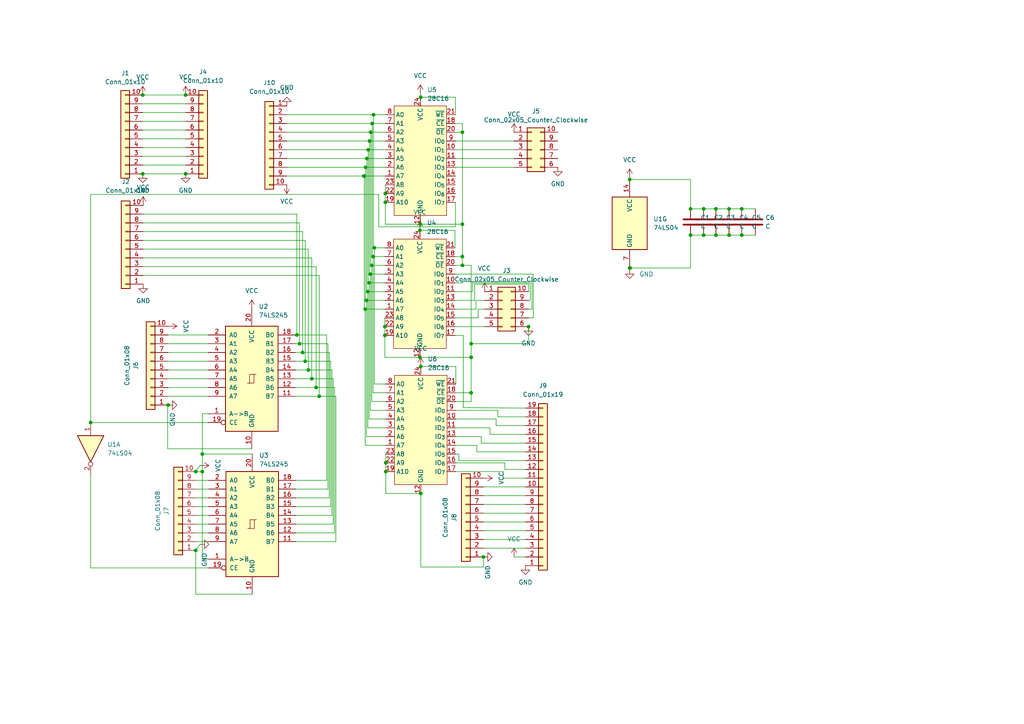
<source format=kicad_sch>
(kicad_sch (version 20211123) (generator eeschema)
  (paper "A4")
  (lib_symbols
    (symbol "74xx:74LS04"
      (property "Reference" "U" (at 0 1.27 0))
      (property "Value" "74LS04" (at 0 -1.27 0))
      (symbol "74LS04_1_0"
        (polyline (pts (xy -3.81 3.81) (xy -3.81 -3.81) (xy 3.81 0) (xy -3.81 3.81)) (stroke (width 0.254)) (fill (type background)))
        (pin input line (at -7.62 0 0) (length 3.81) (name "~") (number "1"))
        (pin output inverted (at 7.62 0 180) (length 3.81) (name "~") (number "2"))
      )
      (symbol "74LS04_2_0"
        (polyline (pts (xy -3.81 3.81) (xy -3.81 -3.81) (xy 3.81 0) (xy -3.81 3.81)) (stroke (width 0.254)) (fill (type background)))
        (pin input line (at -7.62 0 0) (length 3.81) (name "~") (number "3"))
        (pin output inverted (at 7.62 0 180) (length 3.81) (name "~") (number "4"))
      )
      (symbol "74LS04_3_0"
        (polyline (pts (xy -3.81 3.81) (xy -3.81 -3.81) (xy 3.81 0) (xy -3.81 3.81)) (stroke (width 0.254)) (fill (type background)))
        (pin input line (at -7.62 0 0) (length 3.81) (name "~") (number "5"))
        (pin output inverted (at 7.62 0 180) (length 3.81) (name "~") (number "6"))
      )
      (symbol "74LS04_4_0"
        (polyline (pts (xy -3.81 3.81) (xy -3.81 -3.81) (xy 3.81 0) (xy -3.81 3.81)) (stroke (width 0.254)) (fill (type background)))
        (pin output inverted (at 7.62 0 180) (length 3.81) (name "~") (number "8"))
        (pin input line (at -7.62 0 0) (length 3.81) (name "~") (number "9"))
      )
      (symbol "74LS04_5_0"
        (polyline (pts (xy -3.81 3.81) (xy -3.81 -3.81) (xy 3.81 0) (xy -3.81 3.81)) (stroke (width 0.254)) (fill (type background)))
        (pin output inverted (at 7.62 0 180) (length 3.81) (name "~") (number "10"))
        (pin input line (at -7.62 0 0) (length 3.81) (name "~") (number "11"))
      )
      (symbol "74LS04_6_0"
        (polyline (pts (xy -3.81 3.81) (xy -3.81 -3.81) (xy 3.81 0) (xy -3.81 3.81)) (stroke (width 0.254)) (fill (type background)))
        (pin output inverted (at 7.62 0 180) (length 3.81) (name "~") (number "12"))
        (pin input line (at -7.62 0 0) (length 3.81) (name "~") (number "13"))
      )
      (symbol "74LS04_7_0"
        (pin power_in line (at 0 12.7 270) (length 5.08) (name "VCC") (number "14"))
        (pin power_in line (at 0 -12.7 90) (length 5.08) (name "GND") (number "7"))
      )
      (symbol "74LS04_7_1"
        (rectangle (start -5.08 7.62) (end 5.08 -7.62) (stroke (width 0.254)) (fill (type background)))
      )
    )
    (symbol "74xx:74LS245" (pin_names (offset 1.016))
      (property "Reference" "U" (at -7.62 16.51 0))
      (property "Value" "74LS245" (at -7.62 -16.51 0))
      (symbol "74LS245_1_0"
        (polyline (pts (xy -0.635 -1.27) (xy -0.635 1.27) (xy 0.635 1.27)))
        (polyline (pts (xy -1.27 -1.27) (xy 0.635 -1.27) (xy 0.635 1.27) (xy 1.27 1.27)))
        (pin input line (at -12.7 -10.16 0) (length 5.08) (name "A->B") (number "1"))
        (pin power_in line (at 0 -20.32 90) (length 5.08) (name "GND") (number "10"))
        (pin tri_state line (at 12.7 -5.08 180) (length 5.08) (name "B7") (number "11"))
        (pin tri_state line (at 12.7 -2.54 180) (length 5.08) (name "B6") (number "12"))
        (pin tri_state line (at 12.7 0 180) (length 5.08) (name "B5") (number "13"))
        (pin tri_state line (at 12.7 2.54 180) (length 5.08) (name "B4") (number "14"))
        (pin tri_state line (at 12.7 5.08 180) (length 5.08) (name "B3") (number "15"))
        (pin tri_state line (at 12.7 7.62 180) (length 5.08) (name "B2") (number "16"))
        (pin tri_state line (at 12.7 10.16 180) (length 5.08) (name "B1") (number "17"))
        (pin tri_state line (at 12.7 12.7 180) (length 5.08) (name "B0") (number "18"))
        (pin input inverted (at -12.7 -12.7 0) (length 5.08) (name "CE") (number "19"))
        (pin tri_state line (at -12.7 12.7 0) (length 5.08) (name "A0") (number "2"))
        (pin power_in line (at 0 20.32 270) (length 5.08) (name "VCC") (number "20"))
        (pin tri_state line (at -12.7 10.16 0) (length 5.08) (name "A1") (number "3"))
        (pin tri_state line (at -12.7 7.62 0) (length 5.08) (name "A2") (number "4"))
        (pin tri_state line (at -12.7 5.08 0) (length 5.08) (name "A3") (number "5"))
        (pin tri_state line (at -12.7 2.54 0) (length 5.08) (name "A4") (number "6"))
        (pin tri_state line (at -12.7 0 0) (length 5.08) (name "A5") (number "7"))
        (pin tri_state line (at -12.7 -2.54 0) (length 5.08) (name "A6") (number "8"))
        (pin tri_state line (at -12.7 -5.08 0) (length 5.08) (name "A7") (number "9"))
      )
      (symbol "74LS245_1_1"
        (rectangle (start -7.62 15.24) (end 7.62 -15.24) (stroke (width 0.254)) (fill (type background)))
      )
    )
    (symbol "Connector_Generic:Conn_01x10" (pin_names (offset 1.016) hide)
      (property "Reference" "J" (at 0 12.7 0))
      (property "Value" "Conn_01x10" (at 0 -15.24 0))
      (symbol "Conn_01x10_1_1"
        (rectangle (start -1.27 -12.573) (end 0 -12.827) (stroke (width 0.1524)))
        (rectangle (start -1.27 -10.033) (end 0 -10.287) (stroke (width 0.1524)))
        (rectangle (start -1.27 -7.493) (end 0 -7.747) (stroke (width 0.1524)))
        (rectangle (start -1.27 -4.953) (end 0 -5.207) (stroke (width 0.1524)))
        (rectangle (start -1.27 -2.413) (end 0 -2.667) (stroke (width 0.1524)))
        (rectangle (start -1.27 0.127) (end 0 -0.127) (stroke (width 0.1524)))
        (rectangle (start -1.27 2.667) (end 0 2.413) (stroke (width 0.1524)))
        (rectangle (start -1.27 5.207) (end 0 4.953) (stroke (width 0.1524)))
        (rectangle (start -1.27 7.747) (end 0 7.493) (stroke (width 0.1524)))
        (rectangle (start -1.27 10.287) (end 0 10.033) (stroke (width 0.1524)))
        (rectangle (start -1.27 11.43) (end 1.27 -13.97) (stroke (width 0.254)) (fill (type background)))
        (pin passive line (at -5.08 10.16 0) (length 3.81) (name "Pin_1") (number "1"))
        (pin passive line (at -5.08 -12.7 0) (length 3.81) (name "Pin_10") (number "10"))
        (pin passive line (at -5.08 7.62 0) (length 3.81) (name "Pin_2") (number "2"))
        (pin passive line (at -5.08 5.08 0) (length 3.81) (name "Pin_3") (number "3"))
        (pin passive line (at -5.08 2.54 0) (length 3.81) (name "Pin_4") (number "4"))
        (pin passive line (at -5.08 0 0) (length 3.81) (name "Pin_5") (number "5"))
        (pin passive line (at -5.08 -2.54 0) (length 3.81) (name "Pin_6") (number "6"))
        (pin passive line (at -5.08 -5.08 0) (length 3.81) (name "Pin_7") (number "7"))
        (pin passive line (at -5.08 -7.62 0) (length 3.81) (name "Pin_8") (number "8"))
        (pin passive line (at -5.08 -10.16 0) (length 3.81) (name "Pin_9") (number "9"))
      )
    )
    (symbol "Connector_Generic:Conn_01x19" (pin_names (offset 1.016) hide)
      (property "Reference" "J" (at 0 25.4 0))
      (property "Value" "Conn_01x19" (at 0 -25.4 0))
      (symbol "Conn_01x19_1_1"
        (rectangle (start -1.27 -22.733) (end 0 -22.987) (stroke (width 0.1524)))
        (rectangle (start -1.27 -20.193) (end 0 -20.447) (stroke (width 0.1524)))
        (rectangle (start -1.27 -17.653) (end 0 -17.907) (stroke (width 0.1524)))
        (rectangle (start -1.27 -15.113) (end 0 -15.367) (stroke (width 0.1524)))
        (rectangle (start -1.27 -12.573) (end 0 -12.827) (stroke (width 0.1524)))
        (rectangle (start -1.27 -10.033) (end 0 -10.287) (stroke (width 0.1524)))
        (rectangle (start -1.27 -7.493) (end 0 -7.747) (stroke (width 0.1524)))
        (rectangle (start -1.27 -4.953) (end 0 -5.207) (stroke (width 0.1524)))
        (rectangle (start -1.27 -2.413) (end 0 -2.667) (stroke (width 0.1524)))
        (rectangle (start -1.27 0.127) (end 0 -0.127) (stroke (width 0.1524)))
        (rectangle (start -1.27 2.667) (end 0 2.413) (stroke (width 0.1524)))
        (rectangle (start -1.27 5.207) (end 0 4.953) (stroke (width 0.1524)))
        (rectangle (start -1.27 7.747) (end 0 7.493) (stroke (width 0.1524)))
        (rectangle (start -1.27 10.287) (end 0 10.033) (stroke (width 0.1524)))
        (rectangle (start -1.27 12.827) (end 0 12.573) (stroke (width 0.1524)))
        (rectangle (start -1.27 15.367) (end 0 15.113) (stroke (width 0.1524)))
        (rectangle (start -1.27 17.907) (end 0 17.653) (stroke (width 0.1524)))
        (rectangle (start -1.27 20.447) (end 0 20.193) (stroke (width 0.1524)))
        (rectangle (start -1.27 22.987) (end 0 22.733) (stroke (width 0.1524)))
        (rectangle (start -1.27 24.13) (end 1.27 -24.13) (stroke (width 0.254)) (fill (type background)))
        (pin passive line (at -5.08 22.86 0) (length 3.81) (name "Pin_1") (number "1"))
        (pin passive line (at -5.08 0 0) (length 3.81) (name "Pin_10") (number "10"))
        (pin passive line (at -5.08 -2.54 0) (length 3.81) (name "Pin_11") (number "11"))
        (pin passive line (at -5.08 -5.08 0) (length 3.81) (name "Pin_12") (number "12"))
        (pin passive line (at -5.08 -7.62 0) (length 3.81) (name "Pin_13") (number "13"))
        (pin passive line (at -5.08 -10.16 0) (length 3.81) (name "Pin_14") (number "14"))
        (pin passive line (at -5.08 -12.7 0) (length 3.81) (name "Pin_15") (number "15"))
        (pin passive line (at -5.08 -15.24 0) (length 3.81) (name "Pin_16") (number "16"))
        (pin passive line (at -5.08 -17.78 0) (length 3.81) (name "Pin_17") (number "17"))
        (pin passive line (at -5.08 -20.32 0) (length 3.81) (name "Pin_18") (number "18"))
        (pin passive line (at -5.08 -22.86 0) (length 3.81) (name "Pin_19") (number "19"))
        (pin passive line (at -5.08 20.32 0) (length 3.81) (name "Pin_2") (number "2"))
        (pin passive line (at -5.08 17.78 0) (length 3.81) (name "Pin_3") (number "3"))
        (pin passive line (at -5.08 15.24 0) (length 3.81) (name "Pin_4") (number "4"))
        (pin passive line (at -5.08 12.7 0) (length 3.81) (name "Pin_5") (number "5"))
        (pin passive line (at -5.08 10.16 0) (length 3.81) (name "Pin_6") (number "6"))
        (pin passive line (at -5.08 7.62 0) (length 3.81) (name "Pin_7") (number "7"))
        (pin passive line (at -5.08 5.08 0) (length 3.81) (name "Pin_8") (number "8"))
        (pin passive line (at -5.08 2.54 0) (length 3.81) (name "Pin_9") (number "9"))
      )
    )
    (symbol "Connector_Generic:Conn_02x05_Counter_Clockwise" (pin_names (offset 1.016) hide)
      (property "Reference" "J" (at 1.27 7.62 0))
      (property "Value" "Conn_02x05_Counter_Clockwise" (at 1.27 -7.62 0))
      (symbol "Conn_02x05_Counter_Clockwise_1_1"
        (rectangle (start -1.27 -4.953) (end 0 -5.207) (stroke (width 0.1524)))
        (rectangle (start -1.27 -2.413) (end 0 -2.667) (stroke (width 0.1524)))
        (rectangle (start -1.27 0.127) (end 0 -0.127) (stroke (width 0.1524)))
        (rectangle (start -1.27 2.667) (end 0 2.413) (stroke (width 0.1524)))
        (rectangle (start -1.27 5.207) (end 0 4.953) (stroke (width 0.1524)))
        (rectangle (start -1.27 6.35) (end 3.81 -6.35) (stroke (width 0.254)) (fill (type background)))
        (rectangle (start 3.81 -4.953) (end 2.54 -5.207) (stroke (width 0.1524)))
        (rectangle (start 3.81 -2.413) (end 2.54 -2.667) (stroke (width 0.1524)))
        (rectangle (start 3.81 0.127) (end 2.54 -0.127) (stroke (width 0.1524)))
        (rectangle (start 3.81 2.667) (end 2.54 2.413) (stroke (width 0.1524)))
        (rectangle (start 3.81 5.207) (end 2.54 4.953) (stroke (width 0.1524)))
        (pin passive line (at -5.08 5.08 0) (length 3.81) (name "Pin_1") (number "1"))
        (pin passive line (at 7.62 5.08 180) (length 3.81) (name "Pin_10") (number "10"))
        (pin passive line (at -5.08 2.54 0) (length 3.81) (name "Pin_2") (number "2"))
        (pin passive line (at -5.08 0 0) (length 3.81) (name "Pin_3") (number "3"))
        (pin passive line (at -5.08 -2.54 0) (length 3.81) (name "Pin_4") (number "4"))
        (pin passive line (at -5.08 -5.08 0) (length 3.81) (name "Pin_5") (number "5"))
        (pin passive line (at 7.62 -5.08 180) (length 3.81) (name "Pin_6") (number "6"))
        (pin passive line (at 7.62 -2.54 180) (length 3.81) (name "Pin_7") (number "7"))
        (pin passive line (at 7.62 0 180) (length 3.81) (name "Pin_8") (number "8"))
        (pin passive line (at 7.62 2.54 180) (length 3.81) (name "Pin_9") (number "9"))
      )
    )
    (symbol "Device:C" (pin_numbers hide) (pin_names (offset 0.254))
      (property "Reference" "C" (at 0.635 2.54 0))
      (property "Value" "C" (at 0.635 -2.54 0))
      (symbol "C_0_1"
        (polyline (pts (xy -2.032 -0.762) (xy 2.032 -0.762)) (stroke (width 0.508)))
        (polyline (pts (xy -2.032 0.762) (xy 2.032 0.762)) (stroke (width 0.508)))
      )
      (symbol "C_1_1"
        (pin passive line (at 0 3.81 270) (length 2.794) (name "~") (number "1"))
        (pin passive line (at 0 -3.81 90) (length 2.794) (name "~") (number "2"))
      )
    )
    (symbol "Memory_EPROM:28C16"
      (property "Reference" "U" (at 0 -11.43 0))
      (property "Value" "28C16" (at 0 -7.62 0))
      (symbol "28C16_0_1"
        (rectangle (start -7.62 -1.27) (end 7.62 -33.02) (fill (type background)))
      )
      (symbol "28C16_1_1"
        (pin input line (at -10.16 -21.59 0) (length 2.54) (name "A7") (number "1"))
        (pin bidirectional line (at 10.16 -13.97 180) (length 2.54) (name "IO_{1}") (number "10"))
        (pin bidirectional line (at 10.16 -16.51 180) (length 2.54) (name "IO_{2}") (number "11"))
        (pin power_in line (at 0 -35.56 90) (length 2.54) (name "GND") (number "12"))
        (pin bidirectional line (at 10.16 -19.05 180) (length 2.54) (name "IO_{3}") (number "13"))
        (pin bidirectional line (at 10.16 -21.59 180) (length 2.54) (name "IO_{4}") (number "14"))
        (pin bidirectional line (at 10.16 -24.13 180) (length 2.54) (name "IO_{5}") (number "15"))
        (pin bidirectional line (at 10.16 -26.67 180) (length 2.54) (name "IO_{6}") (number "16"))
        (pin bidirectional line (at 10.16 -29.21 180) (length 2.54) (name "IO_{7}") (number "17"))
        (pin input line (at 10.16 -6.35 180) (length 2.54) (name "~{CE}") (number "18"))
        (pin input line (at -10.16 -29.21 0) (length 2.54) (name "A10") (number "19"))
        (pin input line (at -10.16 -19.05 0) (length 2.54) (name "A6") (number "2"))
        (pin input line (at 10.16 -8.89 180) (length 2.54) (name "~{OE}") (number "20"))
        (pin input line (at 10.16 -3.81 180) (length 2.54) (name "~{WE}") (number "21"))
        (pin input line (at -10.16 -26.67 0) (length 2.54) (name "A9") (number "22"))
        (pin input line (at -10.16 -24.13 0) (length 2.54) (name "A8") (number "23"))
        (pin power_in line (at 0 1.27 270) (length 2.54) (name "VCC") (number "24"))
        (pin input line (at -10.16 -16.51 0) (length 2.54) (name "A5") (number "3"))
        (pin input line (at -10.16 -13.97 0) (length 2.54) (name "A4") (number "4"))
        (pin input line (at -10.16 -11.43 0) (length 2.54) (name "A3") (number "5"))
        (pin input line (at -10.16 -8.89 0) (length 2.54) (name "A2") (number "6"))
        (pin input line (at -10.16 -6.35 0) (length 2.54) (name "A1") (number "7"))
        (pin input line (at -10.16 -3.81 0) (length 2.54) (name "A0") (number "8"))
        (pin bidirectional line (at 10.16 -11.43 180) (length 2.54) (name "IO_{0}") (number "9"))
      )
    )
    (symbol "power:GND" (power) (pin_names (offset 0))
      (property "Value" "GND" (at 0 -3.81 0))
      (symbol "GND_0_1"
        (polyline (pts (xy 0 0) (xy 0 -1.27) (xy 1.27 -1.27) (xy 0 -2.54) (xy -1.27 -1.27) (xy 0 -1.27)))
      )
      (symbol "GND_1_1"
        (pin power_in line (at 0 0 270) (length 0) hide (name "GND") (number "1"))
      )
    )
    (symbol "power:VCC" (power) (pin_names (offset 0))
      (property "Value" "VCC" (at 0 3.81 0))
      (symbol "VCC_0_1"
        (polyline (pts (xy -0.762 1.27) (xy 0 2.54)))
        (polyline (pts (xy 0 0) (xy 0 2.54)))
        (polyline (pts (xy 0 2.54) (xy 0.762 1.27)))
      )
      (symbol "VCC_1_1"
        (pin power_in line (at 0 0 90) (length 0) hide (name "VCC") (number "1"))
      )
    )
  )
  (junction (at 106.045 48.514))
  (junction (at 215.138 68.199))
  (junction (at 121.793 103.632))
  (junction (at 108.204 74.422))
  (junction (at 105.537 51.054))
  (junction (at 136.652 113.919))
  (junction (at 140.208 161.544))
  (junction (at 53.848 27.559))
  (junction (at 134.112 38.354))
  (junction (at 90.424 109.855))
  (junction (at 106.807 43.434))
  (junction (at 41.402 27.559))
  (junction (at 134.112 65.024))
  (junction (at 105.664 51.054))
  (junction (at 86.106 97.155))
  (junction (at 86.868 99.695))
  (junction (at 182.626 77.724))
  (junction (at 111.633 94.742))
  (junction (at 58.674 136.779))
  (junction (at 56.769 136.779))
  (junction (at 107.823 76.962))
  (junction (at 122.047 28.194))
  (junction (at 182.753 77.724))
  (junction (at 107.569 38.354))
  (junction (at 106.426 45.974))
  (junction (at 207.645 60.579))
  (junction (at 107.95 35.814))
  (junction (at 134.112 74.422))
  (junction (at 41.402 50.419))
  (junction (at 26.289 122.555))
  (junction (at 204.089 60.579))
  (junction (at 107.188 40.894))
  (junction (at 89.408 107.315))
  (junction (at 106.299 87.122))
  (junction (at 211.455 60.579))
  (junction (at 106.68 84.582))
  (junction (at 153.289 94.742))
  (junction (at 88.519 104.775))
  (junction (at 215.138 60.579))
  (junction (at 107.442 79.502))
  (junction (at 136.652 99.695))
  (junction (at 48.768 117.475))
  (junction (at 107.061 82.042))
  (junction (at 200.279 60.579))
  (junction (at 134.112 76.962))
  (junction (at 53.848 50.419))
  (junction (at 105.918 89.662))
  (junction (at 200.279 68.199))
  (junction (at 108.585 71.882))
  (junction (at 204.089 68.199))
  (junction (at 108.331 33.274))
  (junction (at 211.455 68.199))
  (junction (at 122.047 143.129))
  (junction (at 111.76 56.134))
  (junction (at 121.92 65.024))
  (junction (at 56.769 159.639))
  (junction (at 58.674 131.699))
  (junction (at 111.887 136.779))
  (junction (at 182.626 52.07))
  (junction (at 121.793 66.802))
  (junction (at 136.652 103.632))
  (junction (at 111.887 134.239))
  (junction (at 111.76 58.674))
  (junction (at 91.694 112.395))
  (junction (at 87.757 102.235))
  (junction (at 111.633 97.282))
  (junction (at 92.583 114.935))
  (junction (at 207.645 68.199))
  (junction (at 122.047 106.299))
  (wire (pts (xy 95.885 104.775) (xy 95.885 146.939)))
  (wire (pts (xy 105.664 51.054) (xy 111.76 51.054)))
  (wire (pts (xy 48.641 117.475) (xy 48.768 117.475)))
  (wire (pts (xy 85.852 154.559) (xy 97.028 154.559)))
  (wire (pts (xy 107.442 79.502) (xy 111.633 79.502)))
  (wire (pts (xy 109.855 65.786) (xy 109.855 56.388)))
  (wire (pts (xy 85.852 149.479) (xy 96.266 149.479)))
  (wire (pts (xy 106.68 84.582) (xy 106.68 124.079)))
  (wire (pts (xy 107.188 79.502) (xy 107.442 79.502)))
  (wire (pts (xy 131.953 79.502) (xy 154.686 79.502)))
  (wire (pts (xy 58.674 120.015) (xy 60.325 120.015)))
  (wire (pts (xy 132.207 126.619) (xy 139.573 126.619)))
  (wire (pts (xy 111.887 121.539) (xy 107.061 121.539)))
  (wire (pts (xy 134.112 76.962) (xy 136.652 76.962)))
  (wire (pts (xy 106.045 48.514) (xy 106.045 87.122)))
  (wire (pts (xy 85.725 104.775) (xy 88.519 104.775)))
  (wire (pts (xy 142.113 125.984) (xy 152.4 125.984)))
  (wire (pts (xy 146.431 134.239) (xy 146.431 136.144)))
  (wire (pts (xy 106.807 82.042) (xy 106.807 43.434)))
  (wire (pts (xy 41.529 77.343) (xy 91.694 77.343)))
  (wire (pts (xy 152.4 141.224) (xy 140.208 141.224)))
  (wire (pts (xy 122.047 106.299) (xy 132.207 106.299)))
  (wire (pts (xy 56.769 159.639) (xy 58.039 157.861)))
  (wire (pts (xy 96.266 107.315) (xy 89.408 107.315)))
  (wire (pts (xy 56.769 146.939) (xy 60.452 146.939)))
  (wire (pts (xy 86.868 99.695) (xy 95.123 99.695)))
  (wire (pts (xy 134.366 97.282) (xy 134.366 118.237)))
  (wire (pts (xy 132.207 118.999) (xy 144.399 118.999)))
  (wire (pts (xy 97.028 154.559) (xy 97.028 112.395)))
  (wire (pts (xy 53.848 47.879) (xy 41.402 47.879)))
  (wire (pts (xy 111.76 65.024) (xy 121.92 65.024)))
  (wire (pts (xy 131.953 66.802) (xy 131.953 71.882)))
  (wire (pts (xy 138.684 89.662) (xy 138.684 92.202)))
  (wire (pts (xy 53.848 40.259) (xy 41.402 40.259)))
  (wire (pts (xy 139.573 128.524) (xy 152.4 128.524)))
  (wire (pts (xy 106.299 87.122) (xy 106.299 126.619)))
  (wire (pts (xy 131.953 76.962) (xy 134.112 76.962)))
  (wire (pts (xy 111.76 56.134) (xy 111.76 58.674)))
  (wire (pts (xy 83.185 43.434) (xy 106.807 43.434)))
  (wire (pts (xy 56.769 172.339) (xy 73.152 172.339)))
  (wire (pts (xy 48.768 114.935) (xy 60.325 114.935)))
  (wire (pts (xy 73.152 131.699) (xy 58.674 131.699)))
  (wire (pts (xy 107.569 38.354) (xy 111.76 38.354)))
  (wire (pts (xy 138.049 87.122) (xy 138.049 89.662)))
  (wire (pts (xy 153.289 99.695) (xy 136.652 99.695)))
  (wire (pts (xy 132.08 65.786) (xy 109.855 65.786)))
  (wire (pts (xy 132.207 129.159) (xy 138.303 129.159)))
  (wire (pts (xy 152.4 161.544) (xy 149.098 161.544)))
  (wire (pts (xy 107.569 38.354) (xy 107.569 76.962)))
  (wire (pts (xy 91.694 112.395) (xy 85.725 112.395)))
  (wire (pts (xy 56.769 139.319) (xy 60.452 139.319)))
  (wire (pts (xy 60.452 162.179) (xy 58.674 162.179)))
  (wire (pts (xy 200.279 52.07) (xy 200.279 60.579)))
  (wire (pts (xy 132.08 28.194) (xy 132.08 33.274)))
  (wire (pts (xy 53.848 32.639) (xy 41.402 32.639)))
  (wire (pts (xy 56.769 141.859) (xy 60.452 141.859)))
  (wire (pts (xy 97.028 112.395) (xy 91.694 112.395)))
  (wire (pts (xy 152.4 133.604) (xy 133.096 133.604)))
  (wire (pts (xy 111.633 92.202) (xy 111.633 94.742)))
  (wire (pts (xy 139.573 126.619) (xy 139.573 128.524)))
  (wire (pts (xy 131.953 84.582) (xy 137.033 84.582)))
  (wire (pts (xy 138.303 131.064) (xy 152.4 131.064)))
  (wire (pts (xy 105.918 129.159) (xy 111.887 129.159)))
  (wire (pts (xy 108.331 33.274) (xy 111.76 33.274)))
  (wire (pts (xy 144.399 118.999) (xy 144.399 120.904)))
  (wire (pts (xy 137.668 87.122) (xy 137.668 82.423)))
  (wire (pts (xy 92.583 114.935) (xy 97.409 114.935)))
  (wire (pts (xy 152.4 156.464) (xy 140.208 156.464)))
  (wire (pts (xy 131.953 74.422) (xy 134.112 74.422)))
  (wire (pts (xy 53.848 30.099) (xy 41.402 30.099)))
  (wire (pts (xy 132.08 38.354) (xy 134.112 38.354)))
  (wire (pts (xy 106.807 43.434) (xy 111.76 43.434)))
  (wire (pts (xy 83.185 48.514) (xy 106.045 48.514)))
  (wire (pts (xy 122.047 143.129) (xy 122.047 164.465)))
  (wire (pts (xy 132.08 58.674) (xy 132.08 65.786)))
  (wire (pts (xy 106.68 84.582) (xy 111.633 84.582)))
  (wire (pts (xy 106.299 87.122) (xy 106.045 87.122)))
  (wire (pts (xy 53.848 42.799) (xy 41.402 42.799)))
  (wire (pts (xy 152.4 143.764) (xy 140.208 143.764)))
  (wire (pts (xy 211.455 60.579) (xy 215.138 60.579)))
  (wire (pts (xy 48.768 102.235) (xy 60.325 102.235)))
  (wire (pts (xy 106.68 124.079) (xy 111.887 124.079)))
  (wire (pts (xy 56.769 149.479) (xy 60.452 149.479)))
  (wire (pts (xy 88.519 104.775) (xy 95.885 104.775)))
  (wire (pts (xy 48.768 109.855) (xy 60.325 109.855)))
  (wire (pts (xy 48.768 112.395) (xy 60.325 112.395)))
  (wire (pts (xy 41.529 79.883) (xy 92.583 79.883)))
  (wire (pts (xy 132.207 134.239) (xy 146.431 134.239)))
  (wire (pts (xy 107.95 35.814) (xy 111.76 35.814)))
  (wire (pts (xy 134.112 65.024) (xy 134.112 74.422)))
  (wire (pts (xy 111.633 97.282) (xy 111.633 103.632)))
  (wire (pts (xy 95.885 146.939) (xy 85.852 146.939)))
  (wire (pts (xy 56.769 154.559) (xy 60.452 154.559)))
  (wire (pts (xy 154.305 81.661) (xy 134.112 81.661)))
  (wire (pts (xy 111.887 134.239) (xy 111.887 136.779)))
  (wire (pts (xy 136.652 116.459) (xy 132.207 116.459)))
  (wire (pts (xy 153.289 82.423) (xy 153.289 84.582)))
  (wire (pts (xy 53.848 50.419) (xy 41.402 50.419)))
  (wire (pts (xy 89.408 72.263) (xy 41.529 72.263)))
  (wire (pts (xy 152.4 148.844) (xy 140.208 148.844)))
  (wire (pts (xy 146.431 136.144) (xy 152.4 136.144)))
  (wire (pts (xy 85.852 139.319) (xy 94.742 139.319)))
  (wire (pts (xy 153.289 94.742) (xy 153.289 99.695)))
  (wire (pts (xy 132.207 131.699) (xy 133.096 131.699)))
  (wire (pts (xy 121.793 103.632) (xy 136.652 103.632)))
  (wire (pts (xy 143.891 121.539) (xy 143.891 123.444)))
  (wire (pts (xy 88.519 69.723) (xy 88.519 104.775)))
  (wire (pts (xy 105.664 51.054) (xy 105.537 51.054)))
  (wire (pts (xy 182.626 77.724) (xy 182.626 77.47)))
  (wire (pts (xy 122.047 28.194) (xy 132.08 28.194)))
  (wire (pts (xy 149.098 45.974) (xy 132.08 45.974)))
  (wire (pts (xy 107.188 40.894) (xy 111.76 40.894)))
  (wire (pts (xy 134.112 74.422) (xy 134.112 76.962)))
  (wire (pts (xy 106.045 48.514) (xy 111.76 48.514)))
  (wire (pts (xy 83.185 33.274) (xy 108.331 33.274)))
  (wire (pts (xy 105.664 89.662) (xy 105.918 89.662)))
  (wire (pts (xy 153.289 89.662) (xy 154.305 89.662)))
  (wire (pts (xy 90.424 74.803) (xy 90.424 109.855)))
  (wire (pts (xy 107.061 82.042) (xy 107.061 121.539)))
  (wire (pts (xy 86.106 97.155) (xy 86.106 62.103)))
  (wire (pts (xy 96.647 109.855) (xy 96.647 152.019)))
  (wire (pts (xy 41.529 74.803) (xy 90.424 74.803)))
  (wire (pts (xy 105.918 89.662) (xy 111.633 89.662)))
  (wire (pts (xy 83.185 38.354) (xy 107.569 38.354)))
  (wire (pts (xy 48.641 130.175) (xy 48.641 117.475)))
  (wire (pts (xy 107.823 76.962) (xy 107.569 76.962)))
  (wire (pts (xy 53.848 35.179) (xy 41.402 35.179)))
  (wire (pts (xy 154.686 92.202) (xy 153.289 92.202)))
  (wire (pts (xy 53.848 37.719) (xy 41.402 37.719)))
  (wire (pts (xy 207.645 60.579) (xy 211.455 60.579)))
  (wire (pts (xy 200.279 68.199) (xy 204.089 68.199)))
  (wire (pts (xy 132.207 113.919) (xy 136.652 113.919)))
  (wire (pts (xy 136.652 113.919) (xy 136.652 116.459)))
  (wire (pts (xy 85.852 144.399) (xy 95.504 144.399)))
  (wire (pts (xy 48.768 99.695) (xy 60.325 99.695)))
  (wire (pts (xy 132.207 136.779) (xy 145.923 136.779)))
  (wire (pts (xy 56.769 136.779) (xy 58.674 136.779)))
  (wire (pts (xy 26.289 122.555) (xy 60.325 122.555)))
  (wire (pts (xy 111.633 76.962) (xy 107.823 76.962)))
  (wire (pts (xy 143.891 123.444) (xy 152.4 123.444)))
  (wire (pts (xy 48.768 107.315) (xy 60.325 107.315)))
  (wire (pts (xy 133.096 133.604) (xy 133.096 131.699)))
  (wire (pts (xy 83.185 45.974) (xy 106.426 45.974)))
  (wire (pts (xy 97.409 157.099) (xy 85.852 157.099)))
  (wire (pts (xy 182.626 78.232) (xy 182.626 77.724)))
  (wire (pts (xy 149.098 48.514) (xy 132.08 48.514)))
  (wire (pts (xy 152.4 146.304) (xy 140.208 146.304)))
  (wire (pts (xy 109.855 56.388) (xy 26.289 56.388)))
  (wire (pts (xy 96.647 152.019) (xy 85.852 152.019)))
  (wire (pts (xy 41.529 69.723) (xy 88.519 69.723)))
  (wire (pts (xy 87.757 67.183) (xy 41.529 67.183)))
  (wire (pts (xy 48.768 104.775) (xy 60.325 104.775)))
  (wire (pts (xy 56.769 144.399) (xy 60.452 144.399)))
  (wire (pts (xy 106.426 45.974) (xy 106.426 84.582)))
  (wire (pts (xy 111.887 136.779) (xy 111.887 143.129)))
  (wire (pts (xy 140.589 87.122) (xy 138.049 87.122)))
  (wire (pts (xy 108.204 74.422) (xy 108.204 113.919)))
  (wire (pts (xy 152.4 153.924) (xy 140.208 153.924)))
  (wire (pts (xy 215.138 60.579) (xy 219.075 60.579)))
  (wire (pts (xy 85.725 99.695) (xy 86.868 99.695)))
  (wire (pts (xy 134.112 38.354) (xy 134.112 65.024)))
  (wire (pts (xy 90.424 109.855) (xy 96.647 109.855)))
  (wire (pts (xy 131.953 87.122) (xy 137.668 87.122)))
  (wire (pts (xy 107.442 79.502) (xy 107.442 118.999)))
  (wire (pts (xy 138.303 129.159) (xy 138.303 131.064)))
  (wire (pts (xy 83.185 51.054) (xy 105.537 51.054)))
  (wire (pts (xy 132.08 35.814) (xy 134.112 35.814)))
  (wire (pts (xy 144.399 120.904) (xy 152.4 120.904)))
  (wire (pts (xy 182.626 77.724) (xy 182.753 77.724)))
  (wire (pts (xy 58.674 136.779) (xy 58.674 162.179)))
  (wire (pts (xy 94.742 97.155) (xy 86.106 97.155)))
  (wire (pts (xy 56.769 152.019) (xy 60.452 152.019)))
  (wire (pts (xy 53.848 45.339) (xy 41.402 45.339)))
  (wire (pts (xy 91.694 77.343) (xy 91.694 112.395)))
  (wire (pts (xy 145.923 136.779) (xy 145.923 138.684)))
  (wire (pts (xy 134.112 82.042) (xy 131.953 82.042)))
  (wire (pts (xy 131.953 97.282) (xy 134.366 97.282)))
  (wire (pts (xy 108.331 33.274) (xy 108.331 71.882)))
  (wire (pts (xy 86.106 97.155) (xy 85.725 97.155)))
  (wire (pts (xy 142.113 124.079) (xy 142.113 125.984)))
  (wire (pts (xy 154.305 89.662) (xy 154.305 81.661)))
  (wire (pts (xy 200.279 77.724) (xy 200.279 68.199)))
  (wire (pts (xy 153.289 87.122) (xy 153.797 87.122)))
  (wire (pts (xy 200.279 60.579) (xy 204.089 60.579)))
  (wire (pts (xy 137.033 82.042) (xy 137.033 84.582)))
  (wire (pts (xy 85.725 102.235) (xy 87.757 102.235)))
  (wire (pts (xy 96.266 149.479) (xy 96.266 107.315)))
  (wire (pts (xy 131.953 94.742) (xy 140.589 94.742)))
  (wire (pts (xy 121.92 27.178) (xy 121.92 28.194)))
  (wire (pts (xy 132.207 106.299) (xy 132.207 111.379)))
  (wire (pts (xy 105.918 89.662) (xy 105.918 129.159)))
  (wire (pts (xy 182.626 51.562) (xy 182.626 52.07)))
  (wire (pts (xy 26.289 56.388) (xy 26.289 122.555)))
  (wire (pts (xy 56.769 159.639) (xy 56.769 172.339)))
  (wire (pts (xy 153.797 87.122) (xy 153.797 82.042)))
  (wire (pts (xy 111.76 53.594) (xy 111.76 56.134)))
  (wire (pts (xy 215.138 68.199) (xy 219.075 68.199)))
  (wire (pts (xy 140.589 89.662) (xy 138.684 89.662)))
  (wire (pts (xy 95.123 99.695) (xy 95.123 141.859)))
  (wire (pts (xy 89.408 107.315) (xy 89.408 72.263)))
  (wire (pts (xy 111.633 74.422) (xy 108.204 74.422)))
  (wire (pts (xy 111.887 126.619) (xy 106.299 126.619)))
  (wire (pts (xy 182.753 77.724) (xy 200.279 77.724)))
  (wire (pts (xy 107.188 40.894) (xy 107.188 79.502)))
  (wire (pts (xy 107.95 35.814) (xy 107.95 74.422)))
  (wire (pts (xy 108.204 74.422) (xy 107.95 74.422)))
  (wire (pts (xy 85.725 109.855) (xy 90.424 109.855)))
  (wire (pts (xy 92.583 79.883) (xy 92.583 114.935)))
  (wire (pts (xy 87.757 102.235) (xy 87.757 67.183)))
  (wire (pts (xy 207.645 68.199) (xy 211.455 68.199)))
  (wire (pts (xy 111.633 94.742) (xy 111.633 97.282)))
  (wire (pts (xy 182.626 52.07) (xy 200.279 52.07)))
  (wire (pts (xy 153.797 82.042) (xy 137.033 82.042)))
  (wire (pts (xy 108.331 71.882) (xy 108.585 71.882)))
  (wire (pts (xy 132.207 121.539) (xy 143.891 121.539)))
  (wire (pts (xy 26.289 164.719) (xy 60.452 164.719)))
  (wire (pts (xy 108.585 111.379) (xy 111.887 111.379)))
  (wire (pts (xy 140.208 164.465) (xy 140.208 161.544)))
  (wire (pts (xy 111.633 87.122) (xy 106.299 87.122)))
  (wire (pts (xy 154.686 79.502) (xy 154.686 92.202)))
  (wire (pts (xy 121.793 66.802) (xy 131.953 66.802)))
  (wire (pts (xy 136.652 76.962) (xy 136.652 99.695)))
  (wire (pts (xy 145.923 138.684) (xy 152.4 138.684)))
  (wire (pts (xy 122.047 164.465) (xy 140.208 164.465)))
  (wire (pts (xy 111.887 131.699) (xy 111.887 134.239)))
  (wire (pts (xy 106.426 45.974) (xy 111.76 45.974)))
  (wire (pts (xy 58.674 131.699) (xy 58.674 136.779)))
  (wire (pts (xy 41.529 64.643) (xy 86.868 64.643)))
  (wire (pts (xy 152.4 159.004) (xy 140.208 159.004)))
  (wire (pts (xy 136.652 99.695) (xy 136.652 103.632)))
  (wire (pts (xy 85.725 114.935) (xy 92.583 114.935)))
  (wire (pts (xy 111.887 143.129) (xy 122.047 143.129)))
  (wire (pts (xy 134.112 35.814) (xy 134.112 38.354)))
  (wire (pts (xy 83.185 40.894) (xy 107.188 40.894)))
  (wire (pts (xy 95.123 141.859) (xy 85.852 141.859)))
  (wire (pts (xy 211.455 68.199) (xy 215.138 68.199)))
  (wire (pts (xy 26.289 137.795) (xy 26.289 164.719)))
  (wire (pts (xy 136.652 103.632) (xy 136.652 113.919)))
  (wire (pts (xy 107.823 76.962) (xy 107.823 116.459)))
  (wire (pts (xy 83.185 35.814) (xy 107.95 35.814)))
  (wire (pts (xy 149.098 43.434) (xy 132.08 43.434)))
  (wire (pts (xy 204.089 68.199) (xy 207.645 68.199)))
  (wire (pts (xy 204.089 60.579) (xy 207.645 60.579)))
  (wire (pts (xy 106.426 84.582) (xy 106.68 84.582)))
  (wire (pts (xy 105.664 51.054) (xy 105.664 89.662)))
  (wire (pts (xy 149.098 40.894) (xy 132.08 40.894)))
  (wire (pts (xy 107.442 118.999) (xy 111.887 118.999)))
  (wire (pts (xy 138.049 89.662) (xy 131.953 89.662)))
  (wire (pts (xy 73.025 130.175) (xy 48.641 130.175)))
  (wire (pts (xy 94.742 139.319) (xy 94.742 97.155)))
  (wire (pts (xy 111.887 113.919) (xy 108.204 113.919)))
  (wire (pts (xy 48.768 97.155) (xy 60.325 97.155)))
  (wire (pts (xy 138.684 92.202) (xy 131.953 92.202)))
  (wire (pts (xy 56.769 136.779) (xy 58.039 135.001)))
  (wire (pts (xy 137.668 82.423) (xy 153.289 82.423)))
  (wire (pts (xy 111.633 103.632) (xy 121.793 103.632)))
  (wire (pts (xy 86.106 62.103) (xy 41.529 62.103)))
  (wire (pts (xy 152.4 151.384) (xy 140.208 151.384)))
  (wire (pts (xy 53.848 27.559) (xy 41.402 27.559)))
  (wire (pts (xy 107.061 82.042) (xy 106.807 82.042)))
  (wire (pts (xy 108.585 71.882) (xy 108.585 111.379)))
  (wire (pts (xy 111.633 82.042) (xy 107.061 82.042)))
  (wire (pts (xy 95.504 144.399) (xy 95.504 102.235)))
  (wire (pts (xy 97.409 114.935) (xy 97.409 157.099)))
  (wire (pts (xy 121.92 65.024) (xy 134.112 65.024)))
  (wire (pts (xy 56.769 157.099) (xy 60.452 157.099)))
  (wire (pts (xy 86.868 64.643) (xy 86.868 99.695)))
  (wire (pts (xy 132.207 124.079) (xy 142.113 124.079)))
  (wire (pts (xy 134.366 118.237) (xy 152.4 118.364)))
  (wire (pts (xy 58.674 120.015) (xy 58.674 131.699)))
  (wire (pts (xy 134.112 81.661) (xy 134.112 82.042)))
  (wire (pts (xy 108.585 71.882) (xy 111.633 71.882)))
  (wire (pts (xy 111.76 65.024) (xy 111.76 58.674)))
  (wire (pts (xy 87.757 102.235) (xy 95.504 102.235)))
  (wire (pts (xy 111.887 116.459) (xy 107.823 116.459)))
  (wire (pts (xy 89.408 107.315) (xy 85.725 107.315)))
  (symbol (lib_id "power:VCC") (at 121.92 27.178 0) (unit 1)
    (property "Reference" "#PWR0108" (effects hide))
    (property "Value" "VCC" (at 121.92 21.971 0))
  )
  (symbol (lib_id "power:GND") (at 41.529 82.423 0) (unit 1)
    (property "Reference" "#PWR0101" (effects hide))
    (property "Value" "GND" (at 41.529 87.249 0))
  )
  (symbol (lib_id "power:VCC") (at 83.185 53.594 180) (unit 1)
    (property "Reference" "#PWR0125" (effects hide))
    (property "Value" "VCC" (at 83.185 58.42 0))
  )
  (symbol (lib_id "power:GND") (at 153.289 94.742 0) (unit 1)
    (property "Reference" "#PWR0117" (effects hide))
    (property "Value" "GND" (at 153.289 99.568 0))
  )
  (symbol (lib_id "power:VCC") (at 121.793 66.802 0) (unit 1)
    (property "Reference" "#PWR0109" (effects hide))
    (property "Value" "VCC" (at 121.793 61.595 0))
  )
  (symbol (lib_id "Memory_EPROM:28C16") (at 122.047 107.569 0) (unit 1)
    (property "Reference" "U6" (at 124.0664 104.14 0) (effects (justify left)))
    (property "Value" "28C16" (at 124.0664 106.68 0) (effects (justify left)))
    (property "Footprint" "Package_DIP:DIP-24_W15.24mm_Socket_LongPads" (effects hide))
  )
  (symbol (lib_id "power:VCC") (at 182.626 51.562 0) (unit 1)
    (property "Reference" "#PWR0124" (effects hide))
    (property "Value" "VCC" (at 182.626 46.355 0))
  )
  (symbol (lib_id "power:VCC") (at 41.529 59.563 0) (unit 1)
    (property "Reference" "#PWR0105" (effects hide))
    (property "Value" "VCC" (at 41.529 54.356 0))
  )
  (symbol (lib_id "Connector_Generic:Conn_02x05_Counter_Clockwise") (at 154.178 43.434 0) (unit 1)
    (property "Reference" "J5" (at 155.448 32.258 0))
    (property "Value" "Conn_02x05_Counter_Clockwise" (at 155.448 34.798 0))
    (property "Footprint" "Connector_PinHeader_2.54mm:PinHeader_2x05_P2.54mm_Vertical" (effects hide))
  )
  (symbol (lib_id "power:GND") (at 83.185 30.734 180) (unit 1)
    (property "Reference" "#PWR0126" (effects hide))
    (property "Value" "GND" (at 83.185 25.4 0))
  )
  (symbol (lib_id "Connector_Generic:Conn_01x10") (at 135.128 151.384 180) (unit 1)
    (property "Reference" "J8" (at 131.699 150.114 90))
    (property "Value" "Conn_01x08" (at 129.159 150.114 90))
    (property "Footprint" "Connector_PinHeader_2.54mm:PinHeader_1x10_P2.54mm_Vertical" (effects hide))
  )
  (symbol (lib_id "power:GND") (at 41.402 50.419 0) (unit 1)
    (property "Reference" "#PWR0106" (effects hide))
    (property "Value" "GND" (at 41.402 55.245 0))
  )
  (symbol (lib_id "power:VCC") (at 41.402 27.559 0) (unit 1)
    (property "Reference" "#PWR0104" (effects hide))
    (property "Value" "VCC" (at 41.402 22.352 0))
  )
  (symbol (lib_id "power:VCC") (at 48.768 94.615 270) (unit 1)
    (property "Reference" "#PWR0115" (effects hide))
    (property "Value" "VCC" (at 53.975 94.615 0))
  )
  (symbol (lib_id "Connector_Generic:Conn_01x10") (at 36.449 72.263 180) (unit 1)
    (property "Reference" "J2" (at 36.449 52.705 0))
    (property "Value" "Conn_01x10" (at 36.449 55.245 0))
    (property "Footprint" "Connector_PinHeader_2.54mm:PinHeader_1x10_P2.54mm_Vertical" (effects hide))
  )
  (symbol (lib_id "Device:C") (at 204.089 64.389 0) (unit 1)
    (property "Reference" "C2" (at 207.01 63.1189 0) (effects (justify left)))
    (property "Value" "C" (at 207.01 65.6589 0) (effects (justify left)))
    (property "Footprint" "Capacitor_THT:C_Rect_L7.0mm_W2.5mm_P5.00mm" (effects hide))
  )
  (symbol (lib_id "74xx:74LS245") (at 73.025 109.855 0) (unit 1)
    (property "Reference" "U2" (at 75.0444 88.9 0) (effects (justify left)))
    (property "Value" "74LS245" (at 75.0444 91.44 0) (effects (justify left)))
    (property "Footprint" "Package_DIP:DIP-20_W7.62mm_Socket_LongPads" (effects hide))
    (property "Datasheet" "http://www.ti.com/lit/gpn/sn74LS245" (effects hide))
  )
  (symbol (lib_id "power:GND") (at 182.626 78.232 0) (unit 1)
    (property "Reference" "#PWR0123" (effects hide))
    (property "Value" "GND" (at 185.42 79.5019 0) (effects (justify left)))
  )
  (symbol (lib_id "74xx:74LS245") (at 73.152 152.019 0) (unit 1)
    (property "Reference" "U3" (at 75.1714 132.08 0) (effects (justify left)))
    (property "Value" "74LS245" (at 75.1714 134.62 0) (effects (justify left)))
    (property "Footprint" "Package_DIP:DIP-20_W7.62mm_Socket_LongPads" (effects hide))
    (property "Datasheet" "http://www.ti.com/lit/gpn/sn74LS245" (effects hide))
  )
  (symbol (lib_id "power:GND") (at 161.798 48.514 0) (unit 1)
    (property "Reference" "#PWR0122" (effects hide))
    (property "Value" "GND" (at 161.798 53.34 0))
  )
  (symbol (lib_id "power:GND") (at 53.848 50.419 0) (mirror y) (unit 1)
    (property "Reference" "#PWR0110" (effects hide))
    (property "Value" "GND" (at 53.848 55.245 0))
  )
  (symbol (lib_id "power:VCC") (at 58.039 135.001 270) (unit 1)
    (property "Reference" "#PWR0113" (effects hide))
    (property "Value" "VCC" (at 63.246 135.001 0))
  )
  (symbol (lib_id "Connector_Generic:Conn_01x10") (at 58.928 40.259 0) (mirror x) (unit 1)
    (property "Reference" "J4" (at 58.928 20.828 0))
    (property "Value" "Conn_01x10" (at 58.928 23.368 0))
    (property "Footprint" "Connector_PinHeader_2.54mm:PinHeader_1x10_P2.54mm_Vertical" (effects hide))
  )
  (symbol (lib_id "power:VCC") (at 140.589 84.582 0) (unit 1)
    (property "Reference" "#PWR0107" (effects hide))
    (property "Value" "VCC" (at 140.462 77.851 0))
  )
  (symbol (lib_id "Connector_Generic:Conn_02x05_Counter_Clockwise") (at 145.669 89.662 0) (unit 1)
    (property "Reference" "J3" (at 146.939 78.486 0))
    (property "Value" "Conn_02x05_Counter_Clockwise" (at 146.939 81.026 0))
    (property "Footprint" "Connector_PinHeader_2.54mm:PinHeader_2x05_P2.54mm_Vertical" (effects hide))
  )
  (symbol (lib_id "Connector_Generic:Conn_01x19") (at 157.48 141.224 0) (mirror x) (unit 1)
    (property "Reference" "J9" (at 157.48 111.887 0))
    (property "Value" "Conn_01x19" (at 157.48 114.427 0))
    (property "Footprint" "Connector_PinHeader_2.54mm:PinHeader_1x19_P2.54mm_Vertical" (effects hide))
  )
  (symbol (lib_id "Memory_EPROM:28C16") (at 121.793 68.072 0) (unit 1)
    (property "Reference" "U4" (at 123.8124 64.643 0) (effects (justify left)))
    (property "Value" "28C16" (at 123.8124 67.183 0) (effects (justify left)))
    (property "Footprint" "Package_DIP:DIP-24_W15.24mm_Socket_LongPads" (effects hide))
  )
  (symbol (lib_id "Device:C") (at 211.455 64.389 0) (unit 1)
    (property "Reference" "C4" (at 214.376 63.1189 0) (effects (justify left)))
    (property "Value" "C" (at 214.376 65.6589 0) (effects (justify left)))
    (property "Footprint" "Capacitor_THT:C_Rect_L7.0mm_W2.5mm_P5.00mm" (effects hide))
  )
  (symbol (lib_id "power:VCC") (at 140.208 138.684 270) (unit 1)
    (property "Reference" "#PWR0121" (effects hide))
    (property "Value" "VCC" (at 145.415 138.684 0))
  )
  (symbol (lib_id "Device:C") (at 219.075 64.389 0) (unit 1)
    (property "Reference" "C6" (at 221.996 63.1189 0) (effects (justify left)))
    (property "Value" "C" (at 221.996 65.6589 0) (effects (justify left)))
    (property "Footprint" "Capacitor_THT:C_Rect_L7.0mm_W2.5mm_P5.00mm" (effects hide))
  )
  (symbol (lib_id "Device:C") (at 200.279 64.389 0) (unit 1)
    (property "Reference" "C1" (at 203.2 63.1189 0) (effects (justify left)))
    (property "Value" "C" (at 203.2 65.6589 0) (effects (justify left)))
    (property "Footprint" "Capacitor_THT:C_Rect_L7.0mm_W2.5mm_P5.00mm" (effects hide))
  )
  (symbol (lib_id "power:VCC") (at 122.047 106.299 0) (unit 1)
    (property "Reference" "#PWR0103" (effects hide))
    (property "Value" "VCC" (at 122.047 101.092 0))
  )
  (symbol (lib_id "power:GND") (at 140.208 161.544 90) (unit 1)
    (property "Reference" "#PWR0118" (effects hide))
    (property "Value" "GND" (at 141.4781 163.957 0) (effects (justify right)))
  )
  (symbol (lib_id "power:GND") (at 152.4 164.084 0) (mirror y) (unit 1)
    (property "Reference" "#PWR0119" (effects hide))
    (property "Value" "GND" (at 152.4 168.91 0))
  )
  (symbol (lib_id "power:VCC") (at 149.098 38.354 0) (unit 1)
    (property "Reference" "#PWR0112" (effects hide))
    (property "Value" "VCC" (at 149.098 33.147 0))
  )
  (symbol (lib_id "power:VCC") (at 53.848 27.559 0) (mirror y) (unit 1)
    (property "Reference" "#PWR0111" (effects hide))
    (property "Value" "VCC" (at 53.848 22.352 0))
  )
  (symbol (lib_id "power:VCC") (at 73.025 89.535 0) (unit 1)
    (property "Reference" "#PWR0102" (effects hide))
    (property "Value" "VCC" (at 73.025 84.328 0))
  )
  (symbol (lib_id "power:GND") (at 48.768 117.475 90) (unit 1)
    (property "Reference" "#PWR0114" (effects hide))
    (property "Value" "GND" (at 50.0381 119.634 0) (effects (justify right)))
  )
  (symbol (lib_id "Memory_EPROM:28C16") (at 121.92 29.464 0) (unit 1)
    (property "Reference" "U5" (at 123.9394 26.035 0) (effects (justify left)))
    (property "Value" "28C16" (at 123.9394 28.575 0) (effects (justify left)))
    (property "Footprint" "Package_DIP:DIP-24_W15.24mm_Socket_LongPads" (effects hide))
  )
  (symbol (lib_id "Device:C") (at 215.138 64.389 0) (unit 1)
    (property "Reference" "C5" (at 218.059 63.1189 0) (effects (justify left)))
    (property "Value" "C" (at 218.059 65.6589 0) (effects (justify left)))
    (property "Footprint" "Capacitor_THT:C_Rect_L7.0mm_W2.5mm_P5.00mm" (effects hide))
  )
  (symbol (lib_id "74xx:74LS04") (at 182.626 64.77 0) (unit 7)
    (property "Reference" "U1" (at 189.484 63.4999 0) (effects (justify left)))
    (property "Value" "74LS04" (at 189.484 66.0399 0) (effects (justify left)))
    (property "Footprint" "Package_DIP:DIP-14_W7.62mm_Socket_LongPads" (effects hide))
    (property "Datasheet" "http://www.ti.com/lit/gpn/sn74LS04" (effects hide))
  )
  (symbol (lib_id "Connector_Generic:Conn_01x10") (at 78.105 40.894 0) (mirror y) (unit 1)
    (property "Reference" "J10" (at 78.105 24.003 0))
    (property "Value" "Conn_01x10" (at 78.105 26.543 0))
    (property "Footprint" "Connector_PinHeader_2.54mm:PinHeader_1x10_P2.54mm_Vertical" (effects hide))
  )
  (symbol (lib_id "power:VCC") (at 149.098 161.544 0) (mirror y) (unit 1)
    (property "Reference" "#PWR0120" (effects hide))
    (property "Value" "VCC" (at 149.098 156.337 0))
  )
  (symbol (lib_id "74xx:74LS04") (at 26.289 130.175 270) (unit 1)
    (property "Reference" "U1" (at 31.115 128.9049 90) (effects (justify left)))
    (property "Value" "74LS04" (at 31.115 131.4449 90) (effects (justify left)))
    (property "Footprint" "Package_DIP:DIP-14_W7.62mm_Socket_LongPads" (effects hide))
    (property "Datasheet" "http://www.ti.com/lit/gpn/sn74LS04" (effects hide))
  )
  (symbol (lib_id "Connector_Generic:Conn_01x10") (at 51.689 149.479 180) (unit 1)
    (property "Reference" "J7" (at 48.26 148.209 90))
    (property "Value" "Conn_01x08" (at 45.72 148.209 90))
    (property "Footprint" "Connector_PinHeader_2.54mm:PinHeader_1x10_P2.54mm_Vertical" (effects hide))
  )
  (symbol (lib_id "power:GND") (at 58.039 157.861 90) (unit 1)
    (property "Reference" "#PWR0116" (effects hide))
    (property "Value" "GND" (at 59.3091 160.274 0) (effects (justify right)))
  )
  (symbol (lib_id "Connector_Generic:Conn_01x10") (at 43.688 107.315 180) (unit 1)
    (property "Reference" "J6" (at 39.37 106.045 90))
    (property "Value" "Conn_01x08" (at 36.83 106.045 90))
    (property "Footprint" "Connector_PinHeader_2.54mm:PinHeader_1x10_P2.54mm_Vertical" (effects hide))
  )
  (symbol (lib_id "Device:C") (at 207.645 64.389 0) (unit 1)
    (property "Reference" "C3" (at 210.566 63.1189 0) (effects (justify left)))
    (property "Value" "C" (at 210.566 65.6589 0) (effects (justify left)))
    (property "Footprint" "Capacitor_THT:C_Rect_L7.0mm_W2.5mm_P5.00mm" (effects hide))
  )
  (symbol (lib_id "Connector_Generic:Conn_01x10") (at 36.322 40.259 180) (unit 1)
    (property "Reference" "J1" (at 36.322 21.209 0))
    (property "Value" "Conn_01x10" (at 36.322 23.749 0))
    (property "Footprint" "Connector_PinHeader_2.54mm:PinHeader_1x10_P2.54mm_Vertical" (effects hide))
  )
)
</source>
